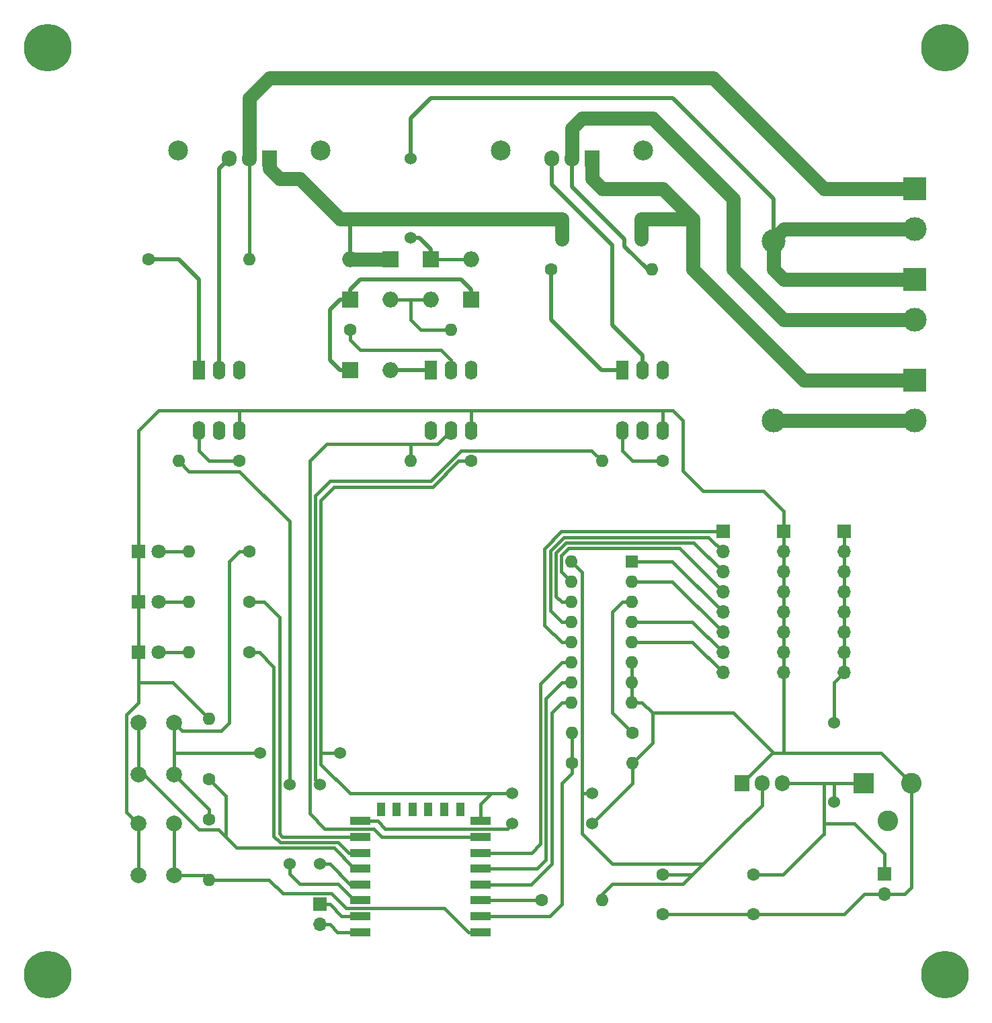
<source format=gbr>
%TF.GenerationSoftware,KiCad,Pcbnew,(6.0.5)*%
%TF.CreationDate,2022-06-26T15:21:13-03:00*%
%TF.ProjectId,projeto,70726f6a-6574-46f2-9e6b-696361645f70,rev?*%
%TF.SameCoordinates,Original*%
%TF.FileFunction,Copper,L1,Top*%
%TF.FilePolarity,Positive*%
%FSLAX46Y46*%
G04 Gerber Fmt 4.6, Leading zero omitted, Abs format (unit mm)*
G04 Created by KiCad (PCBNEW (6.0.5)) date 2022-06-26 15:21:13*
%MOMM*%
%LPD*%
G01*
G04 APERTURE LIST*
%TA.AperFunction,ComponentPad*%
%ADD10C,6.000000*%
%TD*%
%TA.AperFunction,ComponentPad*%
%ADD11C,1.524000*%
%TD*%
%TA.AperFunction,SMDPad,CuDef*%
%ADD12R,2.500000X1.000000*%
%TD*%
%TA.AperFunction,SMDPad,CuDef*%
%ADD13R,1.000000X1.800000*%
%TD*%
%TA.AperFunction,ComponentPad*%
%ADD14C,1.600000*%
%TD*%
%TA.AperFunction,ComponentPad*%
%ADD15O,1.600000X1.600000*%
%TD*%
%TA.AperFunction,ComponentPad*%
%ADD16R,1.800000X1.800000*%
%TD*%
%TA.AperFunction,ComponentPad*%
%ADD17C,1.800000*%
%TD*%
%TA.AperFunction,ComponentPad*%
%ADD18C,2.000000*%
%TD*%
%TA.AperFunction,ComponentPad*%
%ADD19R,2.000000X2.000000*%
%TD*%
%TA.AperFunction,ComponentPad*%
%ADD20O,2.000000X2.000000*%
%TD*%
%TA.AperFunction,ComponentPad*%
%ADD21R,1.700000X1.700000*%
%TD*%
%TA.AperFunction,ComponentPad*%
%ADD22O,1.700000X1.700000*%
%TD*%
%TA.AperFunction,ComponentPad*%
%ADD23R,1.905000X2.000000*%
%TD*%
%TA.AperFunction,ComponentPad*%
%ADD24O,1.905000X2.000000*%
%TD*%
%TA.AperFunction,ComponentPad*%
%ADD25R,3.000000X3.000000*%
%TD*%
%TA.AperFunction,ComponentPad*%
%ADD26C,3.000000*%
%TD*%
%TA.AperFunction,ComponentPad*%
%ADD27R,1.600000X2.400000*%
%TD*%
%TA.AperFunction,ComponentPad*%
%ADD28O,1.600000X2.400000*%
%TD*%
%TA.AperFunction,ComponentPad*%
%ADD29R,1.600000X1.600000*%
%TD*%
%TA.AperFunction,ComponentPad*%
%ADD30R,2.600000X2.600000*%
%TD*%
%TA.AperFunction,ComponentPad*%
%ADD31C,2.600000*%
%TD*%
%TA.AperFunction,ComponentPad*%
%ADD32C,2.500000*%
%TD*%
%TA.AperFunction,Conductor*%
%ADD33C,0.400000*%
%TD*%
%TA.AperFunction,Conductor*%
%ADD34C,0.500000*%
%TD*%
%TA.AperFunction,Conductor*%
%ADD35C,1.800000*%
%TD*%
G04 APERTURE END LIST*
D10*
%TO.P,REF\u002A\u002A,1*%
%TO.N,N/C*%
X246380000Y-156210000D03*
%TD*%
%TO.P,REF\u002A\u002A,1*%
%TO.N,N/C*%
X133350000Y-156210000D03*
%TD*%
%TO.P,REF\u002A\u002A,1*%
%TO.N,N/C*%
X246380000Y-39370000D03*
%TD*%
D11*
%TO.P,JP1,1,A*%
%TO.N,/5v'*%
X232410000Y-124460000D03*
%TO.P,JP1,2,B*%
%TO.N,+5V*%
X232410000Y-134460000D03*
%TD*%
D12*
%TO.P,U1,1,~{RST}*%
%TO.N,/reset*%
X187940000Y-150820000D03*
%TO.P,U1,2,ADC*%
%TO.N,/multiplex_out*%
X187940000Y-148820000D03*
%TO.P,U1,3,EN*%
%TO.N,/Enable*%
X187940000Y-146820000D03*
%TO.P,U1,4,GPIO16*%
%TO.N,/multiplex_C*%
X187940000Y-144820000D03*
%TO.P,U1,5,GPIO14*%
%TO.N,/multiplex_B*%
X187940000Y-142820000D03*
%TO.P,U1,6,GPIO12*%
%TO.N,/multiplex_A*%
X187940000Y-140820000D03*
%TO.P,U1,7,GPIO13*%
%TO.N,/det_0_intr*%
X187940000Y-138820000D03*
%TO.P,U1,8,VCC*%
%TO.N,/3v3'1*%
X187940000Y-136820000D03*
D13*
%TO.P,U1,9,CS0*%
%TO.N,unconnected-(U1-Pad9)*%
X185340000Y-135320000D03*
%TO.P,U1,10,MISO*%
%TO.N,unconnected-(U1-Pad10)*%
X183340000Y-135320000D03*
%TO.P,U1,11,GPIO9*%
%TO.N,unconnected-(U1-Pad11)*%
X181340000Y-135320000D03*
%TO.P,U1,12,GPIO10*%
%TO.N,unconnected-(U1-Pad12)*%
X179340000Y-135320000D03*
%TO.P,U1,13,MOSI*%
%TO.N,unconnected-(U1-Pad13)*%
X177340000Y-135320000D03*
%TO.P,U1,14,SCLK*%
%TO.N,unconnected-(U1-Pad14)*%
X175340000Y-135320000D03*
D12*
%TO.P,U1,15,GND*%
%TO.N,/gnd'*%
X172740000Y-136820000D03*
%TO.P,U1,16,GPIO15*%
%TO.N,/steady_state*%
X172740000Y-138820000D03*
%TO.P,U1,17,GPIO2*%
%TO.N,/wifi_status*%
X172740000Y-140820000D03*
%TO.P,U1,18,GPIO0*%
%TO.N,/exit_intr*%
X172740000Y-142820000D03*
%TO.P,U1,19,GPIO4*%
%TO.N,/drive_load_1*%
X172740000Y-144820000D03*
%TO.P,U1,20,GPIO5*%
%TO.N,/drive_load_2*%
X172740000Y-146820000D03*
%TO.P,U1,21,GPIO3/RXD*%
%TO.N,/Serial_rx*%
X172740000Y-148820000D03*
%TO.P,U1,22,GPIO1/TXD*%
%TO.N,/Serial_tx*%
X172740000Y-150820000D03*
%TD*%
D10*
%TO.P,REF\u002A\u002A,1*%
%TO.N,N/C*%
X133350000Y-39370000D03*
%TD*%
D14*
%TO.P,Rreset1,1*%
%TO.N,/3v3'2*%
X153670000Y-136600000D03*
D15*
%TO.P,Rreset1,2*%
%TO.N,/reset*%
X153670000Y-144220000D03*
%TD*%
D16*
%TO.P,Don1,1,K*%
%TO.N,GND*%
X144780000Y-102870000D03*
D17*
%TO.P,Don1,2,A*%
%TO.N,Net-(Don1-Pad2)*%
X147320000Y-102870000D03*
%TD*%
D18*
%TO.P,SWexit1,1,1*%
%TO.N,/3v3'2*%
X149280000Y-124460000D03*
X149280000Y-130960000D03*
%TO.P,SWexit1,2,2*%
%TO.N,/exit_intr*%
X144780000Y-130960000D03*
X144780000Y-124460000D03*
%TD*%
D11*
%TO.P,JP6,1,A*%
%TO.N,/gnd'*%
X191930000Y-137160000D03*
%TO.P,JP6,2,B*%
%TO.N,GND*%
X201930000Y-137160000D03*
%TD*%
D19*
%TO.P,D2,1,K*%
%TO.N,/AC1'*%
X181610000Y-66040000D03*
D20*
%TO.P,D2,2,A*%
%TO.N,Net-(D2-Pad2)*%
X181610000Y-71120000D03*
%TD*%
D11*
%TO.P,JP3,1,A*%
%TO.N,/AC2*%
X208185000Y-60960000D03*
%TO.P,JP3,2,B*%
%TO.N,/AC2'*%
X198185000Y-60960000D03*
%TD*%
D21*
%TO.P,Jserial_power1,1,Pin_1*%
%TO.N,+5V*%
X238760000Y-143510000D03*
D22*
%TO.P,Jserial_power1,2,Pin_2*%
%TO.N,GND*%
X238760000Y-146050000D03*
%TD*%
D14*
%TO.P,Rz2,1*%
%TO.N,/3v3'1*%
X186690000Y-91440000D03*
D15*
%TO.P,Rz2,2*%
%TO.N,/det_0_intr*%
X179070000Y-91440000D03*
%TD*%
D21*
%TO.P,Jpwr_sens2,1,Pin_1*%
%TO.N,GND*%
X226060000Y-100330000D03*
D22*
%TO.P,Jpwr_sens2,2,Pin_2*%
X226060000Y-102870000D03*
%TO.P,Jpwr_sens2,3,Pin_3*%
X226060000Y-105410000D03*
%TO.P,Jpwr_sens2,4,Pin_4*%
X226060000Y-107950000D03*
%TO.P,Jpwr_sens2,5,Pin_5*%
X226060000Y-110490000D03*
%TO.P,Jpwr_sens2,6,Pin_6*%
X226060000Y-113030000D03*
%TO.P,Jpwr_sens2,7,Pin_7*%
X226060000Y-115570000D03*
%TO.P,Jpwr_sens2,8,Pin_8*%
X226060000Y-118110000D03*
%TD*%
D23*
%TO.P,U3v3,1,GND*%
%TO.N,GND*%
X220810000Y-132080000D03*
D24*
%TO.P,U3v3,2,VO*%
%TO.N,+3V3*%
X223350000Y-132080000D03*
%TO.P,U3v3,3,VI*%
%TO.N,+5V*%
X225890000Y-132080000D03*
%TD*%
D18*
%TO.P,SWreset1,1,1*%
%TO.N,/reset*%
X149280000Y-143660000D03*
X149280000Y-137160000D03*
%TO.P,SWreset1,2,2*%
%TO.N,GND*%
X144780000Y-143660000D03*
X144780000Y-137160000D03*
%TD*%
D14*
%TO.P,Rtriac2,1*%
%TO.N,Net-(Rtriac2-Pad1)*%
X146050000Y-66040000D03*
D15*
%TO.P,Rtriac2,2*%
%TO.N,Net-(Jl2-Pad1)*%
X158750000Y-66040000D03*
%TD*%
D25*
%TO.P,Jl1,1,Pin_1*%
%TO.N,/AC1*%
X242570000Y-68580000D03*
D26*
%TO.P,Jl1,2,Pin_2*%
%TO.N,Net-(Jl1-Pad2)*%
X242570000Y-73660000D03*
%TD*%
D11*
%TO.P,JP4,1,A*%
%TO.N,/AC1*%
X179070000Y-53340000D03*
%TO.P,JP4,2,B*%
%TO.N,/AC1'*%
X179070000Y-63340000D03*
%TD*%
D25*
%TO.P,Jac1,1,Pin_1*%
%TO.N,/AC2*%
X242570000Y-81280000D03*
D26*
%TO.P,Jac1,2,Pin_2*%
%TO.N,Net-(F1-Pad1)*%
X242570000Y-86360000D03*
%TD*%
D14*
%TO.P,Ron1,1*%
%TO.N,/3v3'2*%
X158750000Y-102870000D03*
D15*
%TO.P,Ron1,2*%
%TO.N,Net-(Don1-Pad2)*%
X151130000Y-102870000D03*
%TD*%
D14*
%TO.P,Ren1,1*%
%TO.N,/Enable*%
X195580000Y-146812000D03*
D15*
%TO.P,Ren1,2*%
%TO.N,+3V3*%
X203200000Y-146812000D03*
%TD*%
D11*
%TO.P,JP2,1,A*%
%TO.N,/AC2*%
X208185000Y-63500000D03*
%TO.P,JP2,2,B*%
%TO.N,/AC2'*%
X198185000Y-63500000D03*
%TD*%
D27*
%TO.P,Uload1,1*%
%TO.N,Net-(Rtriac1-Pad1)*%
X205740000Y-79995000D03*
D28*
%TO.P,Uload1,2*%
%TO.N,Net-(Q1-Pad3)*%
X208280000Y-79995000D03*
%TO.P,Uload1,3,NC*%
%TO.N,unconnected-(Uload1-Pad3)*%
X210820000Y-79995000D03*
%TO.P,Uload1,4*%
%TO.N,GND*%
X210820000Y-87615000D03*
%TO.P,Uload1,5,NC*%
%TO.N,unconnected-(Uload1-Pad5)*%
X208280000Y-87615000D03*
%TO.P,Uload1,6*%
%TO.N,Net-(Rmoc1-Pad1)*%
X205740000Y-87615000D03*
%TD*%
D19*
%TO.P,D4,1,K*%
%TO.N,/AC2'*%
X176530000Y-66040000D03*
D20*
%TO.P,D4,2,A*%
%TO.N,Net-(D2-Pad2)*%
X176530000Y-71120000D03*
%TD*%
D11*
%TO.P,JP7,1,A*%
%TO.N,Net-(Rmoc1-Pad2)*%
X167640000Y-132240000D03*
%TO.P,JP7,2,B*%
%TO.N,/drive_load_1*%
X167640000Y-142240000D03*
%TD*%
D14*
%TO.P,Rmoc1,1*%
%TO.N,Net-(Rmoc1-Pad1)*%
X210820000Y-91440000D03*
D15*
%TO.P,Rmoc1,2*%
%TO.N,Net-(Rmoc1-Pad2)*%
X203200000Y-91440000D03*
%TD*%
D14*
%TO.P,Rtriac1,1*%
%TO.N,Net-(Rtriac1-Pad1)*%
X196835000Y-67310000D03*
D15*
%TO.P,Rtriac1,2*%
%TO.N,Net-(Jl1-Pad2)*%
X209535000Y-67310000D03*
%TD*%
D14*
%TO.P,Rsens2,1*%
%TO.N,/multiplex_out*%
X199390000Y-129540000D03*
D15*
%TO.P,Rsens2,2*%
%TO.N,GND*%
X207010000Y-129540000D03*
%TD*%
D16*
%TO.P,Dwifi1,1,K*%
%TO.N,GND*%
X144780000Y-115570000D03*
D17*
%TO.P,Dwifi1,2,A*%
%TO.N,Net-(Dwifi1-Pad2)*%
X147320000Y-115570000D03*
%TD*%
D14*
%TO.P,Rz1,1*%
%TO.N,Net-(Rz1-Pad1)*%
X171450000Y-74930000D03*
D15*
%TO.P,Rz1,2*%
%TO.N,Net-(D2-Pad2)*%
X184150000Y-74930000D03*
%TD*%
D25*
%TO.P,Jl2,1,Pin_1*%
%TO.N,Net-(Jl2-Pad1)*%
X242570000Y-57150000D03*
D26*
%TO.P,Jl2,2,Pin_2*%
%TO.N,/AC1*%
X242570000Y-62230000D03*
%TD*%
D11*
%TO.P,JP9,1,A*%
%TO.N,/3v3'1*%
X170180000Y-128270000D03*
%TO.P,JP9,2,B*%
%TO.N,/3v3'2*%
X160180000Y-128270000D03*
%TD*%
D19*
%TO.P,D3,1,K*%
%TO.N,Net-(D1-Pad1)*%
X171450000Y-71120000D03*
D20*
%TO.P,D3,2,A*%
%TO.N,/AC2'*%
X171450000Y-66040000D03*
%TD*%
D27*
%TO.P,Uload2,1*%
%TO.N,Net-(Rtriac2-Pad1)*%
X152415000Y-79995000D03*
D28*
%TO.P,Uload2,2*%
%TO.N,Net-(Q2-Pad3)*%
X154955000Y-79995000D03*
%TO.P,Uload2,3,NC*%
%TO.N,unconnected-(Uload2-Pad3)*%
X157495000Y-79995000D03*
%TO.P,Uload2,4*%
%TO.N,GND*%
X157495000Y-87615000D03*
%TO.P,Uload2,5,NC*%
%TO.N,unconnected-(Uload2-Pad5)*%
X154955000Y-87615000D03*
%TO.P,Uload2,6*%
%TO.N,Net-(Rmoc2-Pad1)*%
X152415000Y-87615000D03*
%TD*%
D21*
%TO.P,Jpwr_sens1,1,Pin_1*%
%TO.N,/5v'*%
X233680000Y-100330000D03*
D22*
%TO.P,Jpwr_sens1,2,Pin_2*%
X233680000Y-102870000D03*
%TO.P,Jpwr_sens1,3,Pin_3*%
X233680000Y-105410000D03*
%TO.P,Jpwr_sens1,4,Pin_4*%
X233680000Y-107950000D03*
%TO.P,Jpwr_sens1,5,Pin_5*%
X233680000Y-110490000D03*
%TO.P,Jpwr_sens1,6,Pin_6*%
X233680000Y-113030000D03*
%TO.P,Jpwr_sens1,7,Pin_7*%
X233680000Y-115570000D03*
%TO.P,Jpwr_sens1,8,Pin_8*%
X233680000Y-118110000D03*
%TD*%
D14*
%TO.P,C1,1*%
%TO.N,+5V*%
X222250000Y-143550000D03*
%TO.P,C1,2*%
%TO.N,GND*%
X222250000Y-148550000D03*
%TD*%
%TO.P,Rwifi1,1*%
%TO.N,/wifi_status*%
X158750000Y-115570000D03*
D15*
%TO.P,Rwifi1,2*%
%TO.N,Net-(Dwifi1-Pad2)*%
X151130000Y-115570000D03*
%TD*%
D21*
%TO.P,Jserial_com1,1,Pin_1*%
%TO.N,/Serial_rx*%
X167640000Y-147320000D03*
D22*
%TO.P,Jserial_com1,2,Pin_2*%
%TO.N,/Serial_tx*%
X167640000Y-149860000D03*
%TD*%
D29*
%TO.P,Umultiplex1,1,X4*%
%TO.N,/S4*%
X207000000Y-104130000D03*
D15*
%TO.P,Umultiplex1,2,X6*%
%TO.N,/S6*%
X207000000Y-106670000D03*
%TO.P,Umultiplex1,3,X*%
%TO.N,Net-(Rsens1-Pad1)*%
X207000000Y-109210000D03*
%TO.P,Umultiplex1,4,X7*%
%TO.N,/S7*%
X207000000Y-111750000D03*
%TO.P,Umultiplex1,5,X5*%
%TO.N,/S5*%
X207000000Y-114290000D03*
%TO.P,Umultiplex1,6,INH*%
%TO.N,GND*%
X207000000Y-116830000D03*
%TO.P,Umultiplex1,7,VEE*%
X207000000Y-119370000D03*
%TO.P,Umultiplex1,8,VSS*%
X207000000Y-121910000D03*
%TO.P,Umultiplex1,9,C*%
%TO.N,/multiplex_C*%
X199380000Y-121910000D03*
%TO.P,Umultiplex1,10,B*%
%TO.N,/multiplex_B*%
X199380000Y-119370000D03*
%TO.P,Umultiplex1,11,A*%
%TO.N,/multiplex_A*%
X199380000Y-116830000D03*
%TO.P,Umultiplex1,12,X3*%
%TO.N,/S3*%
X199380000Y-114290000D03*
%TO.P,Umultiplex1,13,X0*%
%TO.N,/S0*%
X199380000Y-111750000D03*
%TO.P,Umultiplex1,14,X1*%
%TO.N,/S1*%
X199380000Y-109210000D03*
%TO.P,Umultiplex1,15,X2*%
%TO.N,/S2*%
X199380000Y-106670000D03*
%TO.P,Umultiplex1,16,VDD*%
%TO.N,+3V3*%
X199380000Y-104130000D03*
%TD*%
D30*
%TO.P,Jdc1,1*%
%TO.N,+5V*%
X236200000Y-132080000D03*
D31*
%TO.P,Jdc1,2*%
%TO.N,GND*%
X242200000Y-132080000D03*
%TO.P,Jdc1,3*%
%TO.N,unconnected-(Jdc1-Pad3)*%
X239200000Y-136780000D03*
%TD*%
D14*
%TO.P,C2,1*%
%TO.N,+3V3*%
X210820000Y-143550000D03*
%TO.P,C2,2*%
%TO.N,GND*%
X210820000Y-148550000D03*
%TD*%
%TO.P,Rss1,1*%
%TO.N,/steady_state*%
X158750000Y-109220000D03*
D15*
%TO.P,Rss1,2*%
%TO.N,Net-(Dss1-Pad2)*%
X151130000Y-109220000D03*
%TD*%
D23*
%TO.P,Q1,1,A1*%
%TO.N,/AC2*%
X201930000Y-53340000D03*
D24*
%TO.P,Q1,2,A2*%
%TO.N,Net-(Jl1-Pad2)*%
X199390000Y-53340000D03*
%TO.P,Q1,3,G*%
%TO.N,Net-(Q1-Pad3)*%
X196850000Y-53340000D03*
D32*
%TO.P,Q1,sink2*%
%TO.N,N/C*%
X190430000Y-52340000D03*
X208430000Y-52340000D03*
%TD*%
D27*
%TO.P,Udet_0,1*%
%TO.N,Net-(D5-Pad2)*%
X181610000Y-80010000D03*
D28*
%TO.P,Udet_0,2*%
%TO.N,Net-(Rz1-Pad1)*%
X184150000Y-80010000D03*
%TO.P,Udet_0,3,NC*%
%TO.N,unconnected-(Udet_0-Pad3)*%
X186690000Y-80010000D03*
%TO.P,Udet_0,4*%
%TO.N,GND*%
X186690000Y-87630000D03*
%TO.P,Udet_0,5*%
%TO.N,/det_0_intr*%
X184150000Y-87630000D03*
%TO.P,Udet_0,6*%
%TO.N,unconnected-(Udet_0-Pad6)*%
X181610000Y-87630000D03*
%TD*%
D14*
%TO.P,Rexit1,1*%
%TO.N,/exit_intr*%
X153670000Y-131520000D03*
D15*
%TO.P,Rexit1,2*%
%TO.N,GND*%
X153670000Y-123900000D03*
%TD*%
D21*
%TO.P,Jsens1,1,Pin_1*%
%TO.N,/S3*%
X218440000Y-100345000D03*
D22*
%TO.P,Jsens1,2,Pin_2*%
%TO.N,/S0*%
X218440000Y-102885000D03*
%TO.P,Jsens1,3,Pin_3*%
%TO.N,/S1*%
X218440000Y-105425000D03*
%TO.P,Jsens1,4,Pin_4*%
%TO.N,/S2*%
X218440000Y-107965000D03*
%TO.P,Jsens1,5,Pin_5*%
%TO.N,/S4*%
X218440000Y-110505000D03*
%TO.P,Jsens1,6,Pin_6*%
%TO.N,/S6*%
X218440000Y-113045000D03*
%TO.P,Jsens1,7,Pin_7*%
%TO.N,/S7*%
X218440000Y-115585000D03*
%TO.P,Jsens1,8,Pin_8*%
%TO.N,/S5*%
X218440000Y-118125000D03*
%TD*%
D11*
%TO.P,JP5,1,A*%
%TO.N,+3V3*%
X201930000Y-133350000D03*
%TO.P,JP5,2,B*%
%TO.N,/3v3'1*%
X191930000Y-133350000D03*
%TD*%
D23*
%TO.P,Q2,1,A1*%
%TO.N,/AC2'*%
X161290000Y-53340000D03*
D24*
%TO.P,Q2,2,A2*%
%TO.N,Net-(Jl2-Pad1)*%
X158750000Y-53340000D03*
%TO.P,Q2,3,G*%
%TO.N,Net-(Q2-Pad3)*%
X156210000Y-53340000D03*
D32*
%TO.P,Q2,sink2*%
%TO.N,N/C*%
X149790000Y-52340000D03*
X167790000Y-52340000D03*
%TD*%
D16*
%TO.P,Dss1,1,K*%
%TO.N,GND*%
X144780000Y-109220000D03*
D17*
%TO.P,Dss1,2,A*%
%TO.N,Net-(Dss1-Pad2)*%
X147320000Y-109220000D03*
%TD*%
D14*
%TO.P,Rmoc2,1*%
%TO.N,Net-(Rmoc2-Pad1)*%
X157480000Y-91440000D03*
D15*
%TO.P,Rmoc2,2*%
%TO.N,Net-(Rmoc2-Pad2)*%
X149860000Y-91440000D03*
%TD*%
D26*
%TO.P,F1,1*%
%TO.N,Net-(F1-Pad1)*%
X224790000Y-86360000D03*
%TO.P,F1,2*%
%TO.N,/AC1*%
X224790000Y-63760000D03*
%TD*%
D11*
%TO.P,JP8,1,A*%
%TO.N,Net-(Rmoc2-Pad2)*%
X163830000Y-132240000D03*
%TO.P,JP8,2,B*%
%TO.N,/drive_load_2*%
X163830000Y-142240000D03*
%TD*%
D19*
%TO.P,D1,1,K*%
%TO.N,Net-(D1-Pad1)*%
X186690000Y-71120000D03*
D20*
%TO.P,D1,2,A*%
%TO.N,/AC1'*%
X186690000Y-66040000D03*
%TD*%
D14*
%TO.P,Rsens1,1*%
%TO.N,Net-(Rsens1-Pad1)*%
X207010000Y-125730000D03*
D15*
%TO.P,Rsens1,2*%
%TO.N,/multiplex_out*%
X199390000Y-125730000D03*
%TD*%
D19*
%TO.P,D5,1,K*%
%TO.N,Net-(D1-Pad1)*%
X171450000Y-80010000D03*
D20*
%TO.P,D5,2,A*%
%TO.N,Net-(D5-Pad2)*%
X176530000Y-80010000D03*
%TD*%
D33*
%TO.N,+5V*%
X238760000Y-140970000D02*
X234950000Y-137160000D01*
X232410000Y-134460000D02*
X232410000Y-132080000D01*
X226020000Y-143550000D02*
X222250000Y-143550000D01*
X238760000Y-143510000D02*
X238760000Y-140970000D01*
X231140000Y-137160000D02*
X231140000Y-132080000D01*
X231140000Y-132080000D02*
X225890000Y-132080000D01*
X231140000Y-138470000D02*
X231100000Y-138470000D01*
X232410000Y-132080000D02*
X231140000Y-132080000D01*
X231100000Y-138470000D02*
X226020000Y-143550000D01*
X234950000Y-137160000D02*
X231140000Y-137160000D01*
X236200000Y-132080000D02*
X232410000Y-132080000D01*
X231140000Y-137160000D02*
X231140000Y-138470000D01*
%TO.N,GND*%
X238390000Y-128270000D02*
X224620000Y-128270000D01*
X209550000Y-123190000D02*
X208270000Y-121910000D01*
X207010000Y-129540000D02*
X207010000Y-132080000D01*
X143280489Y-123419511D02*
X144780000Y-121920000D01*
X207000000Y-121910000D02*
X207000000Y-116830000D01*
X226060000Y-100330000D02*
X226060000Y-97790000D01*
X157495000Y-85105000D02*
X157480000Y-85090000D01*
X153670000Y-123900000D02*
X149150000Y-119380000D01*
X223520000Y-95250000D02*
X215900000Y-95250000D01*
X208270000Y-121910000D02*
X207000000Y-121910000D01*
X144780000Y-143660000D02*
X144780000Y-137160000D01*
X144780000Y-121920000D02*
X144780000Y-115570000D01*
X210820000Y-148550000D02*
X233720000Y-148550000D01*
X226060000Y-118110000D02*
X226060000Y-128270000D01*
X144780000Y-115570000D02*
X144780000Y-102870000D01*
X215900000Y-95250000D02*
X213360000Y-92710000D01*
X209550000Y-127000000D02*
X209550000Y-123190000D01*
X209550000Y-85090000D02*
X210820000Y-85090000D01*
X207010000Y-132080000D02*
X201930000Y-137160000D01*
X219710000Y-123190000D02*
X209550000Y-123190000D01*
X213360000Y-92710000D02*
X213360000Y-86360000D01*
X207010000Y-129540000D02*
X209550000Y-127000000D01*
X210820000Y-85090000D02*
X210820000Y-87615000D01*
X242200000Y-132080000D02*
X242200000Y-145150000D01*
X233720000Y-148550000D02*
X236220000Y-146050000D01*
X144780000Y-137160000D02*
X143280489Y-135660489D01*
X226060000Y-97790000D02*
X223520000Y-95250000D01*
X236220000Y-146050000D02*
X238760000Y-146050000D01*
X144780000Y-87630000D02*
X147320000Y-85090000D01*
X213360000Y-86360000D02*
X212090000Y-85090000D01*
X242200000Y-132080000D02*
X238390000Y-128270000D01*
X143280489Y-135660489D02*
X143280489Y-123419511D01*
X241300000Y-146050000D02*
X238760000Y-146050000D01*
X212090000Y-85090000D02*
X209550000Y-85090000D01*
X224620000Y-128270000D02*
X224620000Y-128100000D01*
X157495000Y-87615000D02*
X157495000Y-85105000D01*
X149150000Y-119380000D02*
X144780000Y-119380000D01*
X147320000Y-85090000D02*
X209550000Y-85090000D01*
X186690000Y-87630000D02*
X186690000Y-85090000D01*
X242200000Y-145150000D02*
X241300000Y-146050000D01*
X224620000Y-128100000D02*
X219710000Y-123190000D01*
X224620000Y-128270000D02*
X220810000Y-132080000D01*
X226060000Y-100330000D02*
X226060000Y-118110000D01*
X144780000Y-108540000D02*
X144780000Y-87630000D01*
%TO.N,+3V3*%
X223350000Y-132080000D02*
X223350000Y-134830000D01*
X201930000Y-139700000D02*
X204470000Y-142240000D01*
X200660000Y-130107787D02*
X200660000Y-138430000D01*
X219750000Y-138430000D02*
X219710000Y-138430000D01*
X199380000Y-104130000D02*
X200689511Y-105439511D01*
X204470000Y-142240000D02*
X215900000Y-142240000D01*
X201930000Y-133350000D02*
X200660000Y-133350000D01*
X204470000Y-144780000D02*
X203200000Y-146050000D01*
X214590000Y-143550000D02*
X210820000Y-143550000D01*
X203200000Y-146050000D02*
X203200000Y-146812000D01*
X213360000Y-144780000D02*
X204470000Y-144780000D01*
X200689511Y-130078276D02*
X200660000Y-130107787D01*
X200689511Y-105439511D02*
X200689511Y-130078276D01*
X219710000Y-138430000D02*
X215900000Y-142240000D01*
X215900000Y-142240000D02*
X214590000Y-143550000D01*
X223350000Y-134830000D02*
X219750000Y-138430000D01*
X214590000Y-143550000D02*
X213360000Y-144780000D01*
X200660000Y-138430000D02*
X201930000Y-139700000D01*
D34*
%TO.N,Net-(D1-Pad1)*%
X172720000Y-68580000D02*
X185420000Y-68580000D01*
X186690000Y-69850000D02*
X186690000Y-71120000D01*
X170180000Y-71120000D02*
X168910000Y-72390000D01*
X168910000Y-72390000D02*
X168910000Y-78740000D01*
X185420000Y-68580000D02*
X186690000Y-69850000D01*
X171450000Y-69850000D02*
X172720000Y-68580000D01*
X170180000Y-80010000D02*
X171450000Y-80010000D01*
X171450000Y-71120000D02*
X170180000Y-71120000D01*
X168910000Y-78740000D02*
X170180000Y-80010000D01*
X171450000Y-71120000D02*
X171450000Y-69850000D01*
D35*
%TO.N,/AC1*%
X224790000Y-63500000D02*
X226060000Y-62230000D01*
D34*
X224790000Y-63760000D02*
X224790000Y-58420000D01*
D35*
X242570000Y-68580000D02*
X226060000Y-68580000D01*
X224790000Y-67310000D02*
X224790000Y-63760000D01*
D34*
X212090000Y-45720000D02*
X181610000Y-45720000D01*
X181610000Y-45720000D02*
X179070000Y-48260000D01*
D35*
X226060000Y-62230000D02*
X242570000Y-62230000D01*
X224790000Y-63760000D02*
X224790000Y-63500000D01*
X226060000Y-68580000D02*
X224790000Y-67310000D01*
D34*
X224790000Y-58420000D02*
X212090000Y-45720000D01*
X179070000Y-48260000D02*
X179070000Y-53340000D01*
D33*
%TO.N,Net-(D2-Pad2)*%
X180340000Y-74930000D02*
X184150000Y-74930000D01*
X179070000Y-71120000D02*
X176530000Y-71120000D01*
X179070000Y-73660000D02*
X180340000Y-74930000D01*
X179070000Y-71120000D02*
X179070000Y-73660000D01*
X181610000Y-71120000D02*
X179070000Y-71120000D01*
D35*
%TO.N,/AC2*%
X242570000Y-81280000D02*
X228600000Y-81280000D01*
X210820000Y-57150000D02*
X203200000Y-57150000D01*
X203200000Y-57150000D02*
X201930000Y-55880000D01*
X228600000Y-81280000D02*
X214630000Y-67310000D01*
X214630000Y-67310000D02*
X214630000Y-60960000D01*
X201930000Y-55880000D02*
X201930000Y-53340000D01*
X208185000Y-60960000D02*
X214630000Y-60960000D01*
X214630000Y-60960000D02*
X210820000Y-57150000D01*
X208185000Y-63500000D02*
X208185000Y-60960000D01*
D34*
%TO.N,Net-(D5-Pad2)*%
X176530000Y-80010000D02*
X181610000Y-80010000D01*
D33*
%TO.N,Net-(Dss1-Pad2)*%
X147320000Y-109220000D02*
X151130000Y-109220000D01*
D35*
%TO.N,Net-(F1-Pad1)*%
X242570000Y-86360000D02*
X224790000Y-86360000D01*
D34*
%TO.N,Net-(Jl1-Pad2)*%
X206035480Y-63485480D02*
X199390000Y-56840000D01*
D35*
X226060000Y-73660000D02*
X219710000Y-67310000D01*
X199390000Y-49530000D02*
X199390000Y-53340000D01*
X209550000Y-48260000D02*
X200660000Y-48260000D01*
X200660000Y-48260000D02*
X199390000Y-49530000D01*
D34*
X209535000Y-67310000D02*
X208955120Y-67310000D01*
D35*
X242570000Y-73660000D02*
X226060000Y-73660000D01*
D34*
X208955120Y-67310000D02*
X206035480Y-64390360D01*
X206035480Y-64390360D02*
X206035480Y-63485480D01*
D35*
X219710000Y-67310000D02*
X219710000Y-58420000D01*
X219710000Y-58420000D02*
X209550000Y-48260000D01*
D34*
X199390000Y-56840000D02*
X199390000Y-53340000D01*
D33*
%TO.N,/Serial_rx*%
X167640000Y-147320000D02*
X168910000Y-147320000D01*
X170410000Y-148820000D02*
X172740000Y-148820000D01*
X168910000Y-147320000D02*
X170410000Y-148820000D01*
%TO.N,/Serial_tx*%
X167640000Y-149860000D02*
X168910000Y-149860000D01*
X169870000Y-150820000D02*
X172740000Y-150820000D01*
X168910000Y-149860000D02*
X169870000Y-150820000D01*
D34*
%TO.N,Net-(Q1-Pad3)*%
X204470000Y-64205120D02*
X204470000Y-74295000D01*
X196850000Y-53340000D02*
X196850000Y-56585120D01*
X196850000Y-56585120D02*
X204470000Y-64205120D01*
X204470000Y-74295000D02*
X208280000Y-78105000D01*
X208280000Y-78105000D02*
X208280000Y-79995000D01*
%TO.N,Net-(Q2-Pad3)*%
X156210000Y-53340000D02*
X154955000Y-54595000D01*
X154955000Y-54595000D02*
X154955000Y-79995000D01*
D33*
%TO.N,/Enable*%
X187948000Y-146812000D02*
X187940000Y-146820000D01*
X195580000Y-146812000D02*
X187948000Y-146812000D01*
%TO.N,/exit_intr*%
X145520000Y-130960000D02*
X144780000Y-130960000D01*
X172030000Y-142820000D02*
X169429038Y-140219038D01*
X169429038Y-140219038D02*
X157200016Y-140219038D01*
X155810489Y-133660489D02*
X155810489Y-138829511D01*
X153670000Y-131520000D02*
X155810489Y-133660489D01*
X144780000Y-130960000D02*
X144780000Y-124460000D01*
X155810489Y-138829511D02*
X154880489Y-137899511D01*
X154880489Y-137899511D02*
X152459511Y-137899511D01*
X157200016Y-140219038D02*
X155810489Y-138829511D01*
X172740000Y-142820000D02*
X172030000Y-142820000D01*
X152459511Y-137899511D02*
X145520000Y-130960000D01*
%TO.N,Net-(Rmoc1-Pad1)*%
X205740000Y-87615000D02*
X205740000Y-90170000D01*
X207010000Y-91440000D02*
X210820000Y-91440000D01*
X205740000Y-90170000D02*
X207010000Y-91440000D01*
%TO.N,/drive_load_1*%
X168910000Y-142240000D02*
X167640000Y-142240000D01*
X172740000Y-144820000D02*
X171490000Y-144820000D01*
X171490000Y-144820000D02*
X168910000Y-142240000D01*
%TO.N,Net-(Rmoc2-Pad1)*%
X152415000Y-90155000D02*
X152415000Y-87615000D01*
X153670000Y-91440000D02*
X157480000Y-91440000D01*
X153670000Y-91410000D02*
X153670000Y-91440000D01*
X152415000Y-90155000D02*
X153670000Y-91410000D01*
%TO.N,/drive_load_2*%
X165100000Y-144780000D02*
X163830000Y-143510000D01*
X171990000Y-146820000D02*
X169950000Y-144780000D01*
X163830000Y-143510000D02*
X163830000Y-142240000D01*
X172740000Y-146820000D02*
X171990000Y-146820000D01*
X169950000Y-144780000D02*
X165100000Y-144780000D01*
%TO.N,/reset*%
X149280000Y-143660000D02*
X153110000Y-143660000D01*
X149280000Y-137160000D02*
X149280000Y-143660000D01*
X169141467Y-145970489D02*
X170991467Y-147820489D01*
X186380000Y-150820000D02*
X187940000Y-150820000D01*
X163010489Y-145970489D02*
X161260000Y-144220000D01*
X169141467Y-145970489D02*
X163010489Y-145970489D01*
X170991467Y-147820489D02*
X183380489Y-147820489D01*
X153670000Y-144220000D02*
X161260000Y-144220000D01*
X183380489Y-147820489D02*
X186380000Y-150820000D01*
X153110000Y-143660000D02*
X153670000Y-144220000D01*
%TO.N,Net-(Rsens1-Pad1)*%
X204470000Y-123190000D02*
X204470000Y-110490000D01*
X207010000Y-109220000D02*
X205740000Y-109220000D01*
X207010000Y-125730000D02*
X204470000Y-123190000D01*
X204470000Y-110490000D02*
X205740000Y-109220000D01*
X207000000Y-109210000D02*
X207010000Y-109220000D01*
%TO.N,/multiplex_out*%
X199390000Y-129540000D02*
X199390000Y-130810000D01*
X198120000Y-132080000D02*
X198120000Y-146109787D01*
X187940000Y-148820000D02*
X196620000Y-148820000D01*
X198120000Y-147320000D02*
X198120000Y-146050000D01*
X196620000Y-148820000D02*
X198120000Y-147320000D01*
X199390000Y-129540000D02*
X199390000Y-125730000D01*
X199390000Y-130810000D02*
X198120000Y-132080000D01*
%TO.N,/steady_state*%
X162560000Y-138430000D02*
X162560000Y-111170000D01*
X162560000Y-111170000D02*
X160610000Y-109220000D01*
X160610000Y-109220000D02*
X158750000Y-109220000D01*
X172740000Y-138820000D02*
X162950000Y-138820000D01*
X162950000Y-138820000D02*
X162560000Y-138430000D01*
D34*
%TO.N,Net-(Rtriac1-Pad1)*%
X196835000Y-73645000D02*
X196835000Y-67310000D01*
X203185000Y-79995000D02*
X196835000Y-73645000D01*
X205740000Y-79995000D02*
X203185000Y-79995000D01*
%TO.N,Net-(Rtriac2-Pad1)*%
X152415000Y-68595000D02*
X152415000Y-79995000D01*
X146050000Y-66040000D02*
X149860000Y-66040000D01*
X149860000Y-66040000D02*
X152415000Y-68595000D01*
D33*
%TO.N,Net-(Dwifi1-Pad2)*%
X151130000Y-115570000D02*
X147320000Y-115570000D01*
%TO.N,/det_0_intr*%
X168299511Y-137819511D02*
X166370000Y-135890000D01*
X178640480Y-89329520D02*
X182450480Y-89329520D01*
X182450480Y-89329520D02*
X184150000Y-87630000D01*
X168480480Y-89329520D02*
X178640480Y-89329520D01*
X179070000Y-91440000D02*
X179070000Y-89329520D01*
X166370000Y-91440000D02*
X168480480Y-89329520D01*
X187940000Y-138820000D02*
X175489022Y-138820000D01*
X166370000Y-135890000D02*
X166370000Y-91440000D01*
X175489022Y-138820000D02*
X174488533Y-137819511D01*
X174488533Y-137819511D02*
X168299511Y-137819511D01*
%TO.N,/multiplex_A*%
X194330960Y-140820000D02*
X195450961Y-139699999D01*
X195450961Y-139699999D02*
X195450961Y-119509039D01*
X198130000Y-116830000D02*
X199380000Y-116830000D01*
X187940000Y-140820000D02*
X194330960Y-140820000D01*
X195450961Y-119509039D02*
X198130000Y-116830000D01*
%TO.N,/multiplex_B*%
X187940000Y-142820000D02*
X195000000Y-142820000D01*
X196150480Y-121349520D02*
X198130000Y-119370000D01*
X198130000Y-119370000D02*
X199380000Y-119370000D01*
X196150480Y-141669520D02*
X196150480Y-121349520D01*
X195000000Y-142820000D02*
X196150480Y-141669520D01*
%TO.N,/multiplex_C*%
X196850000Y-142240000D02*
X196850000Y-123190000D01*
X194270000Y-144820000D02*
X196850000Y-142240000D01*
X187940000Y-144820000D02*
X194270000Y-144820000D01*
X196850000Y-123190000D02*
X198130000Y-121910000D01*
X198130000Y-121910000D02*
X199380000Y-121910000D01*
%TO.N,/wifi_status*%
X161860480Y-138719750D02*
X161860480Y-117410480D01*
X171300000Y-140820000D02*
X169999520Y-139519520D01*
X162660249Y-139519519D02*
X161860480Y-138719750D01*
X161860480Y-117410480D02*
X160020000Y-115570000D01*
X169999520Y-139519520D02*
X162660249Y-139519519D01*
X172740000Y-140820000D02*
X171300000Y-140820000D01*
X160020000Y-115570000D02*
X158750000Y-115570000D01*
%TO.N,Net-(Rz1-Pad1)*%
X171450000Y-76200000D02*
X171450000Y-74930000D01*
X182880000Y-77470000D02*
X172720000Y-77470000D01*
X184150000Y-80010000D02*
X184150000Y-78740000D01*
X172720000Y-77470000D02*
X171450000Y-76200000D01*
X184150000Y-78740000D02*
X182880000Y-77470000D01*
%TO.N,/S2*%
X198974250Y-102443560D02*
X198080489Y-103337321D01*
X198080489Y-103337321D02*
X198080489Y-105370489D01*
X218440000Y-107950000D02*
X212933560Y-102443560D01*
X198080489Y-105370489D02*
X199380000Y-106670000D01*
X212933560Y-102443560D02*
X198974250Y-102443560D01*
X218440000Y-107965000D02*
X218440000Y-107950000D01*
%TO.N,/S1*%
X198120000Y-109220000D02*
X198130000Y-109210000D01*
X214774040Y-101744040D02*
X198684500Y-101744040D01*
X197380969Y-108480969D02*
X198120000Y-109220000D01*
X198130000Y-109210000D02*
X199380000Y-109210000D01*
X218440000Y-105425000D02*
X218440000Y-105410000D01*
X198684500Y-101744040D02*
X197380969Y-103047571D01*
X218440000Y-105410000D02*
X214774040Y-101744040D01*
X197380969Y-103047571D02*
X197380969Y-108480969D01*
%TO.N,/S0*%
X196681449Y-110321449D02*
X198120000Y-111760000D01*
X218440000Y-102870000D02*
X216614520Y-101044520D01*
X216614520Y-101044520D02*
X198394750Y-101044520D01*
X198394750Y-101044520D02*
X196681449Y-102757821D01*
X218440000Y-102885000D02*
X218440000Y-102870000D01*
X198130000Y-111750000D02*
X199380000Y-111750000D01*
X198120000Y-111760000D02*
X198130000Y-111750000D01*
X196681449Y-102757821D02*
X196681449Y-110321449D01*
%TO.N,/S3*%
X198130000Y-114290000D02*
X199380000Y-114290000D01*
X198120000Y-114300000D02*
X198130000Y-114290000D01*
X198105000Y-100345000D02*
X195981929Y-102468071D01*
X218440000Y-100345000D02*
X198105000Y-100345000D01*
X195981929Y-102468071D02*
X195981929Y-112161929D01*
X195981929Y-112161929D02*
X198120000Y-114300000D01*
%TO.N,/S4*%
X218440000Y-110490000D02*
X212080000Y-104130000D01*
X218440000Y-110505000D02*
X218440000Y-110490000D01*
X212080000Y-104130000D02*
X207000000Y-104130000D01*
%TO.N,/S6*%
X212080000Y-106670000D02*
X207000000Y-106670000D01*
X218440000Y-113045000D02*
X218440000Y-113030000D01*
X218440000Y-113030000D02*
X212080000Y-106670000D01*
%TO.N,/S7*%
X218440000Y-115570000D02*
X214620000Y-111750000D01*
X214620000Y-111750000D02*
X207000000Y-111750000D01*
X218440000Y-115585000D02*
X218440000Y-115570000D01*
%TO.N,/S5*%
X218440000Y-118110000D02*
X214620000Y-114290000D01*
X218440000Y-118125000D02*
X218440000Y-118110000D01*
X214620000Y-114290000D02*
X207000000Y-114290000D01*
D35*
%TO.N,Net-(Jl2-Pad1)*%
X158750000Y-45720000D02*
X158750000Y-53340000D01*
X161290000Y-43180000D02*
X158750000Y-45720000D01*
X217170000Y-43180000D02*
X161290000Y-43180000D01*
D33*
X158750000Y-66040000D02*
X158750000Y-53340000D01*
D35*
X242570000Y-57150000D02*
X231140000Y-57150000D01*
X231140000Y-57150000D02*
X217170000Y-43180000D01*
%TO.N,/AC2'*%
X162560000Y-55880000D02*
X161290000Y-54610000D01*
X165100000Y-55880000D02*
X162560000Y-55880000D01*
X170180000Y-60960000D02*
X165100000Y-55880000D01*
X198185000Y-63500000D02*
X198185000Y-60960000D01*
X171450000Y-66040000D02*
X176530000Y-66040000D01*
X161290000Y-54610000D02*
X161290000Y-53340000D01*
X186690000Y-60960000D02*
X171450000Y-60960000D01*
D34*
X171450000Y-66040000D02*
X171450000Y-60960000D01*
D35*
X171450000Y-60960000D02*
X170180000Y-60960000D01*
X198185000Y-60960000D02*
X186690000Y-60960000D01*
D33*
%TO.N,Net-(Don1-Pad2)*%
X151130000Y-102870000D02*
X147320000Y-102870000D01*
%TO.N,Net-(Rmoc1-Pad2)*%
X185449511Y-90140489D02*
X201900489Y-90140489D01*
X181610000Y-93980000D02*
X185449511Y-90140489D01*
X168910000Y-93980000D02*
X181610000Y-93980000D01*
X167069520Y-95820480D02*
X168910000Y-93980000D01*
X167069520Y-131669520D02*
X167069520Y-95820480D01*
X201900489Y-90140489D02*
X203200000Y-91440000D01*
X167640000Y-132240000D02*
X167069520Y-131669520D01*
%TO.N,Net-(Rmoc2-Pad2)*%
X151159511Y-92739511D02*
X149860000Y-91440000D01*
X163830000Y-132240000D02*
X163830000Y-99060000D01*
X163830000Y-99060000D02*
X157509511Y-92739511D01*
X157509511Y-92739511D02*
X151159511Y-92739511D01*
%TO.N,/3v3'1*%
X170180000Y-128270000D02*
X167769040Y-128270000D01*
X167769040Y-129669040D02*
X171450000Y-133350000D01*
X186690000Y-91440000D02*
X185139270Y-91440000D01*
X187940000Y-134640000D02*
X187940000Y-136820000D01*
X171450000Y-133350000D02*
X189230000Y-133350000D01*
X167769040Y-96390960D02*
X167769040Y-129669040D01*
X191930000Y-133350000D02*
X189230000Y-133350000D01*
X189230000Y-133350000D02*
X187940000Y-134640000D01*
X169480481Y-94679519D02*
X167769040Y-96390960D01*
X185139270Y-91440000D02*
X181899751Y-94679519D01*
X181899751Y-94679519D02*
X169480481Y-94679519D01*
D34*
%TO.N,/AC1'*%
X181610000Y-64770000D02*
X181610000Y-66040000D01*
X180180000Y-63340000D02*
X181610000Y-64770000D01*
D33*
X186690000Y-66040000D02*
X181610000Y-66040000D01*
D34*
X179070000Y-63340000D02*
X180180000Y-63340000D01*
D33*
%TO.N,/5v'*%
X232410000Y-119380000D02*
X233680000Y-118110000D01*
X232410000Y-124460000D02*
X232410000Y-119380000D01*
X233680000Y-100330000D02*
X233680000Y-118110000D01*
%TO.N,/gnd'*%
X174920000Y-136820000D02*
X172740000Y-136820000D01*
X191930000Y-137160000D02*
X191270489Y-137819511D01*
X175919511Y-137819511D02*
X174920000Y-136820000D01*
X191270489Y-137819511D02*
X175919511Y-137819511D01*
%TO.N,/3v3'2*%
X149280000Y-126990000D02*
X149280000Y-124460000D01*
X153670000Y-135350000D02*
X149280000Y-130960000D01*
X153670000Y-136600000D02*
X153670000Y-135350000D01*
X149280000Y-124460000D02*
X150280000Y-125460000D01*
X149280000Y-130960000D02*
X149280000Y-128850000D01*
X160180000Y-128270000D02*
X149280000Y-128270000D01*
X149280000Y-128850000D02*
X149280000Y-126990000D01*
X156210000Y-124460000D02*
X156210000Y-104140000D01*
X150280000Y-125460000D02*
X155210000Y-125460000D01*
X155210000Y-125460000D02*
X156210000Y-124460000D01*
X156210000Y-104140000D02*
X157480000Y-102870000D01*
X157480000Y-102870000D02*
X158750000Y-102870000D01*
%TD*%
M02*

</source>
